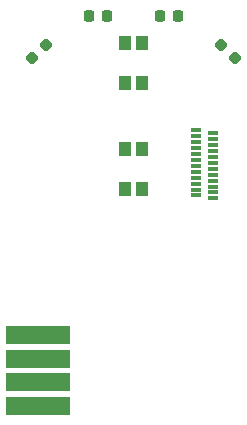
<source format=gbr>
%TF.GenerationSoftware,KiCad,Pcbnew,9.0.5*%
%TF.CreationDate,2025-11-12T12:14:19+01:00*%
%TF.ProjectId,Control board,436f6e74-726f-46c2-9062-6f6172642e6b,rev?*%
%TF.SameCoordinates,Original*%
%TF.FileFunction,Paste,Top*%
%TF.FilePolarity,Positive*%
%FSLAX46Y46*%
G04 Gerber Fmt 4.6, Leading zero omitted, Abs format (unit mm)*
G04 Created by KiCad (PCBNEW 9.0.5) date 2025-11-12 12:14:19*
%MOMM*%
%LPD*%
G01*
G04 APERTURE LIST*
G04 Aperture macros list*
%AMRoundRect*
0 Rectangle with rounded corners*
0 $1 Rounding radius*
0 $2 $3 $4 $5 $6 $7 $8 $9 X,Y pos of 4 corners*
0 Add a 4 corners polygon primitive as box body*
4,1,4,$2,$3,$4,$5,$6,$7,$8,$9,$2,$3,0*
0 Add four circle primitives for the rounded corners*
1,1,$1+$1,$2,$3*
1,1,$1+$1,$4,$5*
1,1,$1+$1,$6,$7*
1,1,$1+$1,$8,$9*
0 Add four rect primitives between the rounded corners*
20,1,$1+$1,$2,$3,$4,$5,0*
20,1,$1+$1,$4,$5,$6,$7,0*
20,1,$1+$1,$6,$7,$8,$9,0*
20,1,$1+$1,$8,$9,$2,$3,0*%
G04 Aperture macros list end*
%ADD10R,5.500000X1.500000*%
%ADD11RoundRect,0.218750X0.218750X0.256250X-0.218750X0.256250X-0.218750X-0.256250X0.218750X-0.256250X0*%
%ADD12RoundRect,0.218750X-0.218750X-0.256250X0.218750X-0.256250X0.218750X0.256250X-0.218750X0.256250X0*%
%ADD13R,1.050000X1.150000*%
%ADD14R,0.850000X0.300000*%
%ADD15RoundRect,0.218750X0.335876X0.026517X0.026517X0.335876X-0.335876X-0.026517X-0.026517X-0.335876X0*%
%ADD16RoundRect,0.218750X0.026517X-0.335876X0.335876X-0.026517X-0.026517X0.335876X-0.335876X0.026517X0*%
G04 APERTURE END LIST*
D10*
%TO.C,U6*%
X41950000Y-57050000D03*
X41950000Y-59050000D03*
X41950000Y-61050000D03*
X41950000Y-63050000D03*
%TD*%
D11*
%TO.C,D4*%
X53787501Y-30000000D03*
X52212499Y-30000000D03*
%TD*%
D12*
%TO.C,D3*%
X46212499Y-30000000D03*
X47787501Y-30000000D03*
%TD*%
D13*
%TO.C,SW1*%
X50750001Y-35700000D03*
X50750001Y-32300000D03*
X49249999Y-35700000D03*
X49249999Y-32300000D03*
%TD*%
%TO.C,SW2*%
X50750001Y-44700000D03*
X50750001Y-41300000D03*
X49249999Y-44700000D03*
X49249999Y-41300000D03*
%TD*%
D14*
%TO.C,J1*%
X55325000Y-45220000D03*
X55325000Y-44719999D03*
X55325000Y-44220000D03*
X55324999Y-43720000D03*
X55325000Y-43220000D03*
X55325000Y-42720000D03*
X55324999Y-42220000D03*
X55325000Y-41720000D03*
X55325000Y-41220001D03*
X55325000Y-40720000D03*
X55325000Y-40220000D03*
X55324999Y-39720000D03*
X56725000Y-39970000D03*
X56725000Y-40470000D03*
X56724999Y-40970000D03*
X56725000Y-41470000D03*
X56725000Y-41970000D03*
X56724999Y-42470000D03*
X56725000Y-42970000D03*
X56724999Y-43470000D03*
X56725000Y-43970000D03*
X56725000Y-44470000D03*
X56724999Y-44970000D03*
X56725000Y-45470000D03*
%TD*%
D15*
%TO.C,D5*%
X58556847Y-33556847D03*
X57443153Y-32443153D03*
%TD*%
D16*
%TO.C,D2*%
X41443153Y-33556847D03*
X42556847Y-32443153D03*
%TD*%
M02*

</source>
